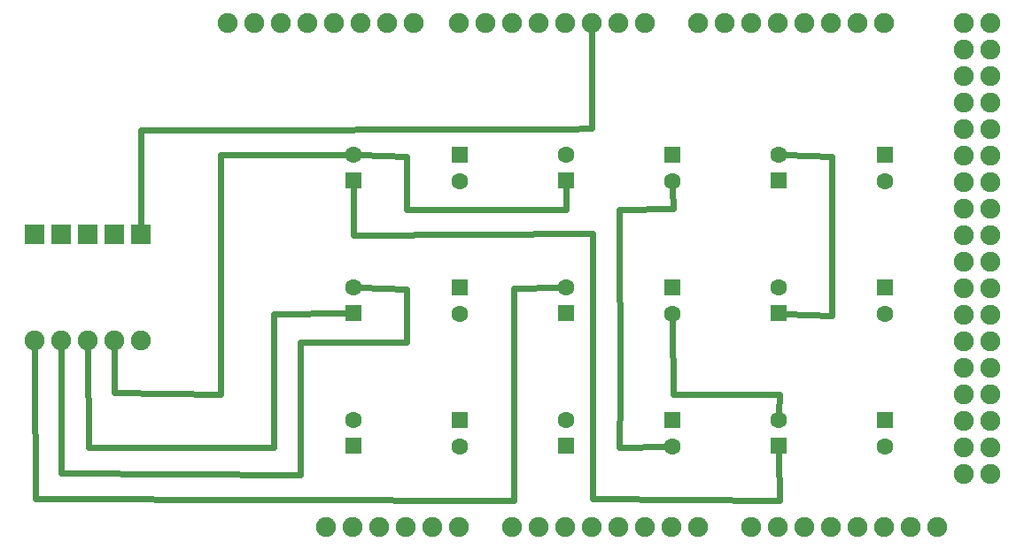
<source format=gtl>
G04 MADE WITH FRITZING*
G04 WWW.FRITZING.ORG*
G04 DOUBLE SIDED*
G04 HOLES PLATED*
G04 CONTOUR ON CENTER OF CONTOUR VECTOR*
%ASAXBY*%
%FSLAX23Y23*%
%MOIN*%
%OFA0B0*%
%SFA1.0B1.0*%
%ADD10C,0.075000*%
%ADD11C,0.062992*%
%ADD12R,0.075000X0.075000*%
%ADD13R,0.062992X0.062992*%
%ADD14C,0.024000*%
%LNCOPPER1*%
G90*
G70*
G54D10*
X585Y1174D03*
X585Y774D03*
G54D11*
X2185Y376D03*
X2185Y474D03*
X3385Y972D03*
X3385Y874D03*
X2985Y876D03*
X2985Y974D03*
X1785Y472D03*
X1785Y374D03*
X2585Y472D03*
X2585Y374D03*
X3385Y472D03*
X3385Y374D03*
X2985Y376D03*
X2985Y474D03*
X2185Y876D03*
X2185Y974D03*
X1385Y376D03*
X1385Y474D03*
X2585Y1472D03*
X2585Y1374D03*
X2185Y1376D03*
X2185Y1474D03*
X1385Y1376D03*
X1385Y1474D03*
X1785Y1472D03*
X1785Y1374D03*
X1385Y876D03*
X1385Y974D03*
X2585Y972D03*
X2585Y874D03*
X1785Y972D03*
X1785Y874D03*
X3385Y1472D03*
X3385Y1374D03*
X2985Y1376D03*
X2985Y1474D03*
G54D10*
X485Y1174D03*
X485Y774D03*
X385Y1174D03*
X385Y774D03*
X285Y1174D03*
X285Y774D03*
X185Y1174D03*
X185Y774D03*
X911Y1970D03*
X1011Y1970D03*
X1111Y1970D03*
X1211Y1970D03*
X1311Y1970D03*
X1411Y1970D03*
X1511Y1970D03*
X1611Y1970D03*
X1781Y1970D03*
X1881Y1970D03*
X1981Y1970D03*
X2081Y1970D03*
X2181Y1970D03*
X2281Y1970D03*
X2381Y1970D03*
X2481Y1970D03*
X1281Y70D03*
X1381Y70D03*
X1481Y70D03*
X1581Y70D03*
X1681Y70D03*
X1781Y70D03*
X1981Y70D03*
X2081Y70D03*
X2181Y70D03*
X2281Y70D03*
X2381Y70D03*
X2481Y70D03*
X2681Y1970D03*
X2781Y1970D03*
X2881Y1970D03*
X2981Y1970D03*
X3081Y1970D03*
X3181Y1970D03*
X3281Y1970D03*
X3381Y1970D03*
X2581Y70D03*
X2681Y70D03*
X2881Y70D03*
X2981Y70D03*
X3081Y70D03*
X3181Y70D03*
X3281Y70D03*
X3381Y70D03*
X3481Y70D03*
X3581Y70D03*
X3681Y1970D03*
X3781Y1970D03*
X3681Y1870D03*
X3781Y1870D03*
X3681Y1770D03*
X3781Y1770D03*
X3681Y1670D03*
X3781Y1670D03*
X3681Y1570D03*
X3781Y1570D03*
X3681Y1470D03*
X3781Y1470D03*
X3681Y1370D03*
X3781Y1370D03*
X3681Y1270D03*
X3781Y1270D03*
X3681Y1170D03*
X3781Y1170D03*
X3681Y1070D03*
X3781Y1070D03*
X3681Y970D03*
X3781Y970D03*
X3681Y870D03*
X3781Y870D03*
X3681Y770D03*
X3781Y770D03*
X3681Y670D03*
X3781Y670D03*
X3681Y570D03*
X3781Y570D03*
X3681Y470D03*
X3781Y470D03*
X3681Y370D03*
X3781Y370D03*
X3681Y270D03*
X3781Y270D03*
G54D12*
X585Y1174D03*
G54D13*
X2185Y376D03*
X3385Y972D03*
X2985Y876D03*
X1785Y472D03*
X2585Y472D03*
X3385Y472D03*
X2985Y376D03*
X2185Y876D03*
X1385Y376D03*
X2585Y1472D03*
X2185Y1376D03*
X1385Y1376D03*
X1785Y1472D03*
X1385Y876D03*
X2585Y972D03*
X1785Y972D03*
X3385Y1472D03*
X2985Y1376D03*
G54D12*
X485Y1174D03*
X385Y1174D03*
X285Y1174D03*
X185Y1174D03*
G54D14*
X285Y274D02*
X1185Y267D01*
D02*
X285Y745D02*
X285Y274D01*
D02*
X1185Y267D02*
X1185Y767D01*
D02*
X1585Y767D02*
X1585Y967D01*
D02*
X1185Y767D02*
X1585Y767D01*
D02*
X1585Y967D02*
X1412Y973D01*
D02*
X1989Y170D02*
X1989Y970D01*
D02*
X1989Y970D02*
X2158Y973D01*
D02*
X189Y178D02*
X1989Y170D01*
D02*
X185Y670D02*
X189Y178D01*
D02*
X185Y745D02*
X185Y670D01*
D02*
X1085Y874D02*
X1358Y875D01*
D02*
X1085Y370D02*
X1085Y874D01*
D02*
X389Y370D02*
X1085Y370D01*
D02*
X385Y745D02*
X389Y370D01*
D02*
X3012Y874D02*
X3185Y867D01*
D02*
X3185Y867D02*
X3185Y1467D01*
D02*
X3185Y1467D02*
X3012Y1473D01*
D02*
X2989Y570D02*
X2589Y570D01*
D02*
X2589Y570D02*
X2586Y847D01*
D02*
X2986Y501D02*
X2989Y570D01*
D02*
X2281Y1574D02*
X2281Y1942D01*
D02*
X2185Y1570D02*
X2281Y1574D01*
D02*
X585Y1567D02*
X2185Y1570D01*
D02*
X585Y1203D02*
X585Y1567D01*
D02*
X2185Y1267D02*
X2185Y1349D01*
D02*
X1585Y1267D02*
X2185Y1267D01*
D02*
X1585Y1467D02*
X1585Y1267D01*
D02*
X1412Y1473D02*
X1585Y1467D01*
D02*
X2586Y1347D02*
X2589Y1270D01*
D02*
X2589Y1270D02*
X2385Y1267D01*
D02*
X2385Y1267D02*
X2389Y574D01*
D02*
X2389Y574D02*
X2385Y370D01*
D02*
X2385Y370D02*
X2558Y373D01*
D02*
X2989Y170D02*
X2285Y178D01*
D02*
X2986Y349D02*
X2989Y170D01*
D02*
X2285Y178D02*
X2285Y374D01*
D02*
X2285Y374D02*
X2285Y1178D01*
D02*
X2285Y1178D02*
X1385Y1170D01*
D02*
X1385Y1170D02*
X1385Y1349D01*
D02*
X485Y745D02*
X485Y578D01*
D02*
X485Y578D02*
X885Y570D01*
D02*
X885Y570D02*
X885Y1474D01*
D02*
X885Y1474D02*
X1358Y1474D01*
G04 End of Copper1*
M02*
</source>
